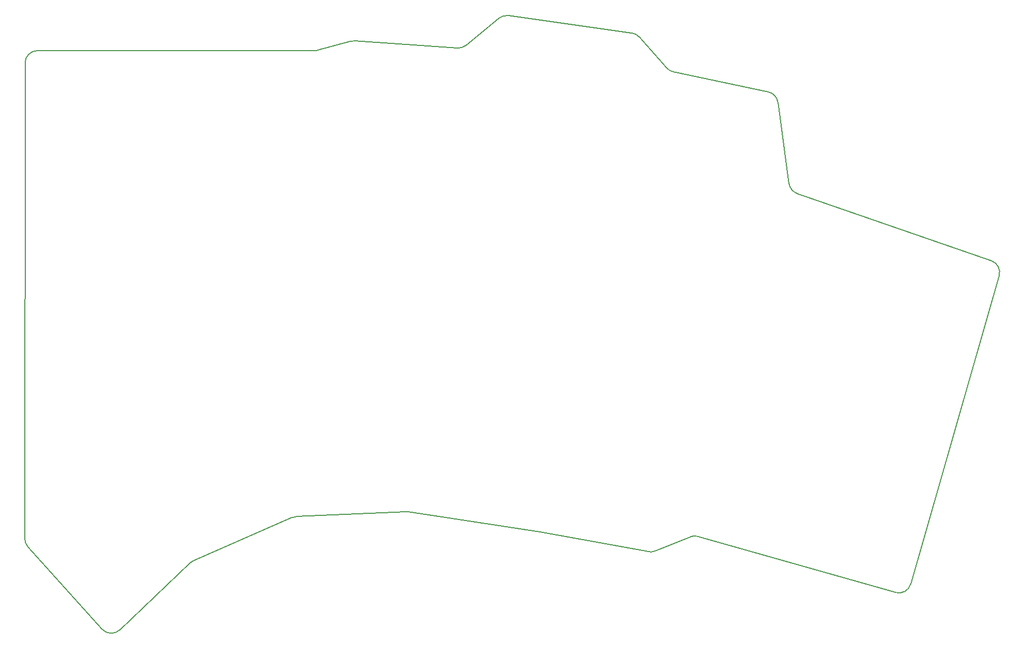
<source format=gbr>
%TF.GenerationSoftware,KiCad,Pcbnew,8.0.4*%
%TF.CreationDate,2024-08-02T13:19:55+01:00*%
%TF.ProjectId,right,72696768-742e-46b6-9963-61645f706362,v1.0.0*%
%TF.SameCoordinates,Original*%
%TF.FileFunction,Profile,NP*%
%FSLAX46Y46*%
G04 Gerber Fmt 4.6, Leading zero omitted, Abs format (unit mm)*
G04 Created by KiCad (PCBNEW 8.0.4) date 2024-08-02 13:19:55*
%MOMM*%
%LPD*%
G01*
G04 APERTURE LIST*
%TA.AperFunction,Profile*%
%ADD10C,0.150000*%
%TD*%
G04 APERTURE END LIST*
D10*
X289392088Y-173869724D02*
X303893746Y-123296421D01*
X302626157Y-120855424D02*
X270798938Y-109824886D01*
X269472745Y-108209271D02*
X267625544Y-94858607D01*
X266060243Y-93176422D02*
X250470121Y-89862642D01*
X249389853Y-89233634D02*
X244876355Y-84146113D01*
X243658615Y-83492863D02*
X223469994Y-80655540D01*
X221923801Y-81089283D02*
X216497334Y-85537158D01*
X215089972Y-85985497D02*
X198265212Y-84808990D01*
X197599085Y-84874693D02*
X192227450Y-86340817D01*
X191700844Y-86411398D02*
X146267942Y-86411392D01*
X144267947Y-88410362D02*
X144227689Y-166428371D01*
X144741397Y-167767665D02*
X156902381Y-181273810D01*
X159768420Y-181383402D02*
X171285867Y-170407724D01*
X171864272Y-170023137D02*
X187985791Y-162973033D01*
X188697032Y-162807506D02*
X206663640Y-161997217D01*
X207057397Y-162018364D02*
X228604480Y-165328043D01*
X228657985Y-165337005D02*
X246407246Y-168558324D01*
X247516568Y-168443631D02*
X253235997Y-166122183D01*
X254534161Y-166051319D02*
X286923579Y-175242483D01*
X302626157Y-120855424D02*
G75*
G02*
X303893740Y-123296419I-654933J-1889719D01*
G01*
X270798938Y-109824886D02*
G75*
G02*
X269472749Y-108209270I654935J1889721D01*
G01*
X266060240Y-93176419D02*
G75*
G02*
X267625550Y-94858606I-415819J-1956299D01*
G01*
X250470120Y-89862643D02*
G75*
G02*
X249389849Y-89233637I415826J1956296D01*
G01*
X243658615Y-83492861D02*
G75*
G02*
X244876362Y-84146107I-278352J-1980541D01*
G01*
X221923801Y-81089282D02*
G75*
G02*
X223469994Y-80655540I1267844J-1546794D01*
G01*
X216497335Y-85537158D02*
G75*
G02*
X215089972Y-85985495I-1267849J1546796D01*
G01*
X197599086Y-84874695D02*
G75*
G02*
X198265212Y-84808990I526616J-1929424D01*
G01*
X192227452Y-86340818D02*
G75*
G02*
X191700844Y-86411392I-526607J1929425D01*
G01*
X144267949Y-88410364D02*
G75*
G02*
X146267942Y-86411401I1999996J-1033D01*
G01*
X144741397Y-167767665D02*
G75*
G02*
X144227689Y-166428371I1486294J1338260D01*
G01*
X159768421Y-181383398D02*
G75*
G02*
X156902387Y-181273804I-1379748J1447852D01*
G01*
X171285867Y-170407722D02*
G75*
G02*
X171864272Y-170023137I1379751J-1447864D01*
G01*
X187985795Y-162973030D02*
G75*
G02*
X188697032Y-162807504I801345J-1832446D01*
G01*
X206663640Y-161997217D02*
G75*
G02*
X207057396Y-162018370I90112J-1997964D01*
G01*
X228604480Y-165328043D02*
G75*
G02*
X228657985Y-165337006I-303644J-1976818D01*
G01*
X247516568Y-168443631D02*
G75*
G02*
X246407247Y-168558317I-752177J1853166D01*
G01*
X253235997Y-166122183D02*
G75*
G02*
X254534162Y-166051314I752184J-1853170D01*
G01*
X289392088Y-173869724D02*
G75*
G02*
X286923580Y-175242479I-1922524J551279D01*
G01*
M02*

</source>
